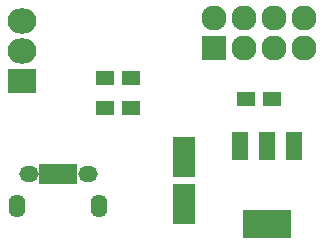
<source format=gts>
G04 #@! TF.FileFunction,Soldermask,Top*
%FSLAX46Y46*%
G04 Gerber Fmt 4.6, Leading zero omitted, Abs format (unit mm)*
G04 Created by KiCad (PCBNEW (2015-10-27 BZR 1, Git 48df08c)-product) date Thu 14 Jan 2016 01:38:52 AM PST*
%MOMM*%
G01*
G04 APERTURE LIST*
%ADD10C,0.100000*%
%ADD11R,1.901140X3.399740*%
%ADD12R,2.127200X2.127200*%
%ADD13O,2.127200X2.127200*%
%ADD14R,0.800000X1.750000*%
%ADD15O,1.650000X1.350000*%
%ADD16O,1.400000X1.950000*%
%ADD17R,1.600000X1.300000*%
%ADD18R,4.057600X2.432000*%
%ADD19R,1.416000X2.432000*%
%ADD20R,2.432000X2.127200*%
%ADD21O,2.432000X2.127200*%
G04 APERTURE END LIST*
D10*
D11*
X138430000Y-100109020D03*
X138430000Y-104106980D03*
D12*
X140970000Y-90932000D03*
D13*
X140970000Y-88392000D03*
X143510000Y-90932000D03*
X143510000Y-88392000D03*
X146050000Y-90932000D03*
X146050000Y-88392000D03*
X148590000Y-90932000D03*
X148590000Y-88392000D03*
D14*
X126461100Y-101561460D03*
X127111100Y-101561460D03*
X127761100Y-101561460D03*
X128411100Y-101561460D03*
X129061100Y-101561460D03*
D15*
X125261100Y-101561460D03*
X130261100Y-101561460D03*
D16*
X124261100Y-104261460D03*
X131261100Y-104261460D03*
D17*
X131742000Y-93472000D03*
X133942000Y-93472000D03*
X131742000Y-96012000D03*
X133942000Y-96012000D03*
X143680000Y-95250000D03*
X145880000Y-95250000D03*
D18*
X145415000Y-105791000D03*
D19*
X145415000Y-99187000D03*
X143129000Y-99187000D03*
X147701000Y-99187000D03*
D20*
X124714000Y-93726000D03*
D21*
X124714000Y-91186000D03*
X124714000Y-88646000D03*
M02*

</source>
